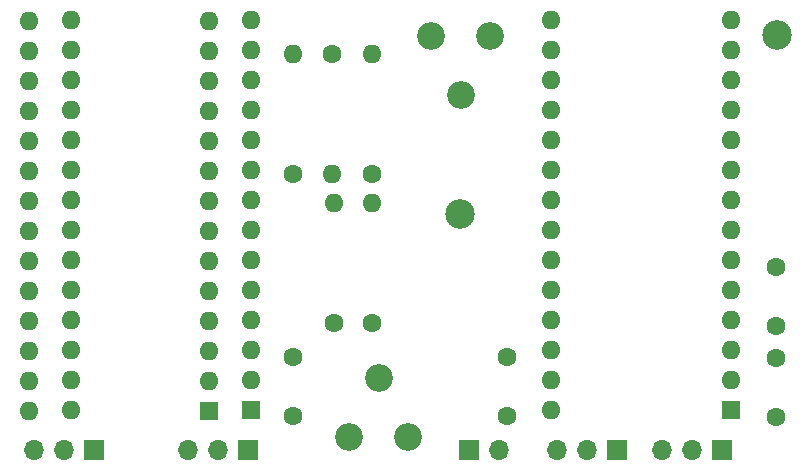
<source format=gts>
G04 #@! TF.GenerationSoftware,KiCad,Pcbnew,(6.0.5)*
G04 #@! TF.CreationDate,2023-10-24T22:29:54+02:00*
G04 #@! TF.ProjectId,C128DCR Dual SID,43313238-4443-4522-9044-75616c205349,D*
G04 #@! TF.SameCoordinates,Original*
G04 #@! TF.FileFunction,Soldermask,Top*
G04 #@! TF.FilePolarity,Negative*
%FSLAX46Y46*%
G04 Gerber Fmt 4.6, Leading zero omitted, Abs format (unit mm)*
G04 Created by KiCad (PCBNEW (6.0.5)) date 2023-10-24 22:29:54*
%MOMM*%
%LPD*%
G01*
G04 APERTURE LIST*
%ADD10R,1.600000X1.600000*%
%ADD11O,1.600000X1.600000*%
%ADD12C,1.600000*%
%ADD13R,1.700000X1.700000*%
%ADD14O,1.700000X1.700000*%
%ADD15C,2.340000*%
%ADD16C,2.500000*%
G04 APERTURE END LIST*
D10*
X121920000Y-123317000D03*
D11*
X121920000Y-120777000D03*
X121920000Y-118237000D03*
X121920000Y-115697000D03*
X121920000Y-113157000D03*
X121920000Y-110617000D03*
X121920000Y-108077000D03*
X121920000Y-105537000D03*
X121920000Y-102997000D03*
X121920000Y-100457000D03*
X121920000Y-97917000D03*
X121920000Y-95377000D03*
X121920000Y-92837000D03*
X121920000Y-90297000D03*
X106680000Y-90297000D03*
X106680000Y-92837000D03*
X106680000Y-95377000D03*
X106680000Y-97917000D03*
X106680000Y-100457000D03*
X106680000Y-102997000D03*
X106680000Y-105537000D03*
X106680000Y-108077000D03*
X106680000Y-110617000D03*
X106680000Y-113157000D03*
X106680000Y-115697000D03*
X106680000Y-118237000D03*
X106680000Y-120777000D03*
X106680000Y-123317000D03*
D12*
X169976800Y-116128800D03*
X169976800Y-111128800D03*
X169976800Y-123825000D03*
X169976800Y-118825000D03*
D11*
X135712200Y-93111000D03*
D12*
X135712200Y-103271000D03*
D10*
X125531800Y-123255800D03*
D11*
X125531800Y-120715800D03*
X125531800Y-118175800D03*
X125531800Y-115635800D03*
X125531800Y-113095800D03*
X125531800Y-110555800D03*
X125531800Y-108015800D03*
X125531800Y-105475800D03*
X125531800Y-102935800D03*
X125531800Y-100395800D03*
X125531800Y-97855800D03*
X125531800Y-95315800D03*
X125531800Y-92775800D03*
X125531800Y-90235800D03*
X110291800Y-90235800D03*
X110291800Y-92775800D03*
X110291800Y-95315800D03*
X110291800Y-97855800D03*
X110291800Y-100395800D03*
X110291800Y-102935800D03*
X110291800Y-105475800D03*
X110291800Y-108015800D03*
X110291800Y-110555800D03*
X110291800Y-113095800D03*
X110291800Y-115635800D03*
X110291800Y-118175800D03*
X110291800Y-120715800D03*
X110291800Y-123255800D03*
D10*
X166121000Y-123255800D03*
D11*
X166121000Y-120715800D03*
X166121000Y-118175800D03*
X166121000Y-115635800D03*
X166121000Y-113095800D03*
X166121000Y-110555800D03*
X166121000Y-108015800D03*
X166121000Y-105475800D03*
X166121000Y-102935800D03*
X166121000Y-100395800D03*
X166121000Y-97855800D03*
X166121000Y-95315800D03*
X166121000Y-92775800D03*
X166121000Y-90235800D03*
X150881000Y-90235800D03*
X150881000Y-92775800D03*
X150881000Y-95315800D03*
X150881000Y-97855800D03*
X150881000Y-100395800D03*
X150881000Y-102935800D03*
X150881000Y-105475800D03*
X150881000Y-108015800D03*
X150881000Y-110555800D03*
X150881000Y-113095800D03*
X150881000Y-115635800D03*
X150881000Y-118175800D03*
X150881000Y-120715800D03*
X150881000Y-123255800D03*
D13*
X143911400Y-126593600D03*
D14*
X146451400Y-126593600D03*
X120192800Y-126593600D03*
X122732800Y-126593600D03*
D13*
X125272800Y-126593600D03*
D12*
X132511800Y-115824000D03*
D11*
X132511800Y-105664000D03*
D12*
X135712200Y-115824000D03*
D11*
X135712200Y-105664000D03*
D12*
X132359400Y-93091000D03*
D11*
X132359400Y-103251000D03*
D12*
X129057400Y-103225600D03*
D11*
X129057400Y-93065600D03*
D15*
X138822200Y-125493600D03*
X136322200Y-120493600D03*
X133822200Y-125493600D03*
D13*
X112191800Y-126593600D03*
D14*
X109651800Y-126593600D03*
X107111800Y-126593600D03*
D13*
X165354000Y-126593600D03*
D14*
X162814000Y-126593600D03*
X160274000Y-126593600D03*
D12*
X147193000Y-118708800D03*
X147193000Y-123708800D03*
D16*
X143230600Y-106654600D03*
D12*
X129057400Y-123708800D03*
X129057400Y-118708800D03*
D16*
X170027600Y-91440000D03*
D13*
X156464000Y-126593600D03*
D14*
X153924000Y-126593600D03*
X151384000Y-126593600D03*
D15*
X140741400Y-91567000D03*
X143241400Y-96567000D03*
X145741400Y-91567000D03*
M02*

</source>
